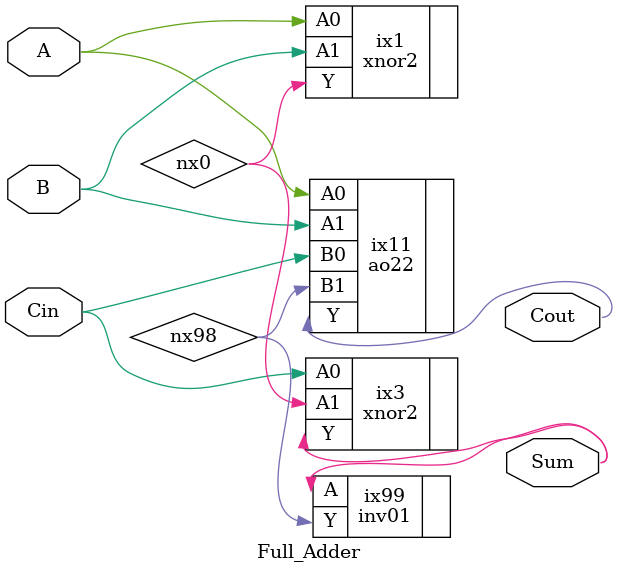
<source format=v>


module Full_Adder ( A, B, Cin, Sum, Cout ) ;

    input A ;
    input B ;
    input Cin ;
    output Sum ;
    output Cout ;

    wire nx0, nx98;



    ao22 ix11 (.Y (Cout), .A0 (A), .A1 (B), .B0 (Cin), .B1 (nx98)) ;
    xnor2 ix3 (.Y (Sum), .A0 (Cin), .A1 (nx0)) ;
    xnor2 ix1 (.Y (nx0), .A0 (A), .A1 (B)) ;
    inv01 ix99 (.Y (nx98), .A (Sum)) ;
endmodule


</source>
